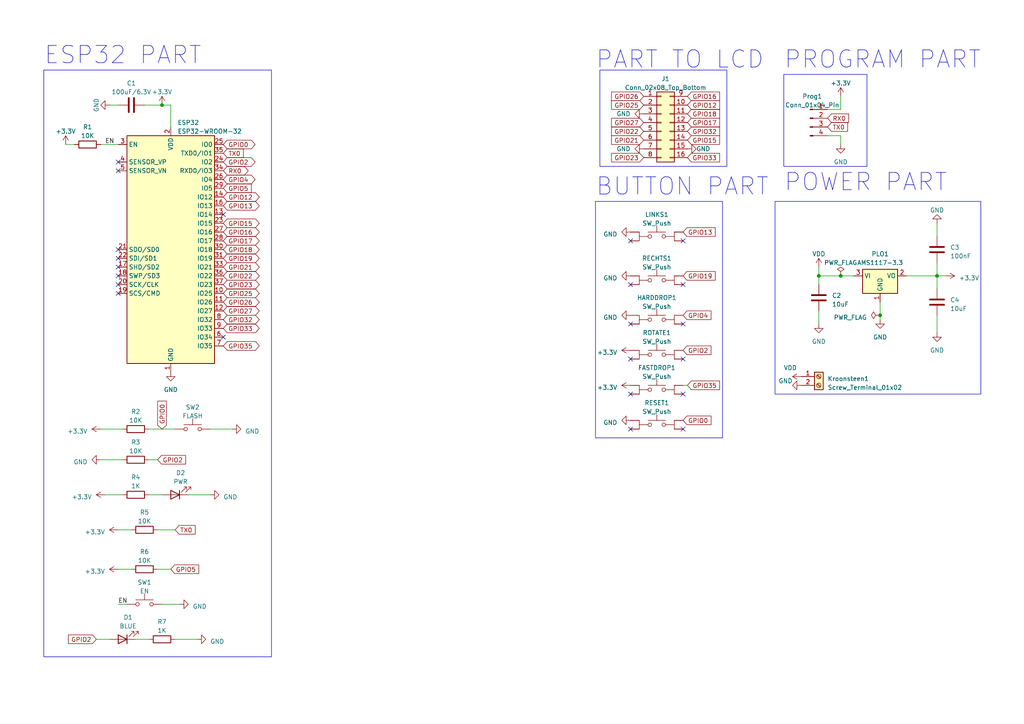
<source format=kicad_sch>
(kicad_sch (version 20230121) (generator eeschema)
  (paper "A4")
  (lib_symbols
    (symbol "Connector:Conn_01x04_Pin" (pin_names (offset 1.016) hide)
      (property "Reference" "J" (at 0 5.08 0))
      (property "Value" "Conn_01x04_Pin" (at 0 -7.62 0))
      (symbol "Conn_01x04_Pin_1_1"
        (polyline (pts (xy 1.27 -5.08) (xy 0.8636 -5.08)) (stroke (width 0.1524)))
        (polyline (pts (xy 1.27 -2.54) (xy 0.8636 -2.54)) (stroke (width 0.1524)))
        (polyline (pts (xy 1.27 0) (xy 0.8636 0)) (stroke (width 0.1524)))
        (polyline (pts (xy 1.27 2.54) (xy 0.8636 2.54)) (stroke (width 0.1524)))
        (rectangle (start 0.8636 -4.953) (end 0 -5.207) (stroke (width 0.1524)) (fill (type outline)))
        (rectangle (start 0.8636 -2.413) (end 0 -2.667) (stroke (width 0.1524)) (fill (type outline)))
        (rectangle (start 0.8636 0.127) (end 0 -0.127) (stroke (width 0.1524)) (fill (type outline)))
        (rectangle (start 0.8636 2.667) (end 0 2.413) (stroke (width 0.1524)) (fill (type outline)))
        (pin passive line (at 5.08 2.54 180) (length 3.81) (name "Pin_1") (number "1"))
        (pin passive line (at 5.08 0 180) (length 3.81) (name "Pin_2") (number "2"))
        (pin passive line (at 5.08 -2.54 180) (length 3.81) (name "Pin_3") (number "3"))
        (pin passive line (at 5.08 -5.08 180) (length 3.81) (name "Pin_4") (number "4"))
      )
    )
    (symbol "Connector:Screw_Terminal_01x02" (pin_names (offset 1.016) hide)
      (property "Reference" "J" (at 0 2.54 0))
      (property "Value" "Screw_Terminal_01x02" (at 0 -5.08 0))
      (symbol "Screw_Terminal_01x02_1_1"
        (rectangle (start -1.27 1.27) (end 1.27 -3.81) (stroke (width 0.254)) (fill (type background)))
        (circle (center 0 -2.54) (radius 0.635) (stroke (width 0.1524)))
        (polyline (pts (xy -0.5334 -2.2098) (xy 0.3302 -3.048)) (stroke (width 0.1524)))
        (polyline (pts (xy -0.5334 0.3302) (xy 0.3302 -0.508)) (stroke (width 0.1524)))
        (polyline (pts (xy -0.3556 -2.032) (xy 0.508 -2.8702)) (stroke (width 0.1524)))
        (polyline (pts (xy -0.3556 0.508) (xy 0.508 -0.3302)) (stroke (width 0.1524)))
        (circle (center 0 0) (radius 0.635) (stroke (width 0.1524)))
        (pin passive line (at -5.08 0 0) (length 3.81) (name "Pin_1") (number "1"))
        (pin passive line (at -5.08 -2.54 0) (length 3.81) (name "Pin_2") (number "2"))
      )
    )
    (symbol "Connector_Generic:Conn_02x08_Top_Bottom" (pin_names (offset 1.016) hide)
      (property "Reference" "J" (at 1.27 10.16 0))
      (property "Value" "Conn_02x08_Top_Bottom" (at 1.27 -12.7 0))
      (symbol "Conn_02x08_Top_Bottom_1_1"
        (rectangle (start -1.27 -10.033) (end 0 -10.287) (stroke (width 0.1524)))
        (rectangle (start -1.27 -7.493) (end 0 -7.747) (stroke (width 0.1524)))
        (rectangle (start -1.27 -4.953) (end 0 -5.207) (stroke (width 0.1524)))
        (rectangle (start -1.27 -2.413) (end 0 -2.667) (stroke (width 0.1524)))
        (rectangle (start -1.27 0.127) (end 0 -0.127) (stroke (width 0.1524)))
        (rectangle (start -1.27 2.667) (end 0 2.413) (stroke (width 0.1524)))
        (rectangle (start -1.27 5.207) (end 0 4.953) (stroke (width 0.1524)))
        (rectangle (start -1.27 7.747) (end 0 7.493) (stroke (width 0.1524)))
        (rectangle (start -1.27 8.89) (end 3.81 -11.43) (stroke (width 0.254)) (fill (type background)))
        (rectangle (start 3.81 -10.033) (end 2.54 -10.287) (stroke (width 0.1524)))
        (rectangle (start 3.81 -7.493) (end 2.54 -7.747) (stroke (width 0.1524)))
        (rectangle (start 3.81 -4.953) (end 2.54 -5.207) (stroke (width 0.1524)))
        (rectangle (start 3.81 -2.413) (end 2.54 -2.667) (stroke (width 0.1524)))
        (rectangle (start 3.81 0.127) (end 2.54 -0.127) (stroke (width 0.1524)))
        (rectangle (start 3.81 2.667) (end 2.54 2.413) (stroke (width 0.1524)))
        (rectangle (start 3.81 5.207) (end 2.54 4.953) (stroke (width 0.1524)))
        (rectangle (start 3.81 7.747) (end 2.54 7.493) (stroke (width 0.1524)))
        (pin passive line (at -5.08 7.62 0) (length 3.81) (name "Pin_1") (number "1"))
        (pin passive line (at 7.62 5.08 180) (length 3.81) (name "Pin_10") (number "10"))
        (pin passive line (at 7.62 2.54 180) (length 3.81) (name "Pin_11") (number "11"))
        (pin passive line (at 7.62 0 180) (length 3.81) (name "Pin_12") (number "12"))
        (pin passive line (at 7.62 -2.54 180) (length 3.81) (name "Pin_13") (number "13"))
        (pin passive line (at 7.62 -5.08 180) (length 3.81) (name "Pin_14") (number "14"))
        (pin passive line (at 7.62 -7.62 180) (length 3.81) (name "Pin_15") (number "15"))
        (pin passive line (at 7.62 -10.16 180) (length 3.81) (name "Pin_16") (number "16"))
        (pin passive line (at -5.08 5.08 0) (length 3.81) (name "Pin_2") (number "2"))
        (pin passive line (at -5.08 2.54 0) (length 3.81) (name "Pin_3") (number "3"))
        (pin passive line (at -5.08 0 0) (length 3.81) (name "Pin_4") (number "4"))
        (pin passive line (at -5.08 -2.54 0) (length 3.81) (name "Pin_5") (number "5"))
        (pin passive line (at -5.08 -5.08 0) (length 3.81) (name "Pin_6") (number "6"))
        (pin passive line (at -5.08 -7.62 0) (length 3.81) (name "Pin_7") (number "7"))
        (pin passive line (at -5.08 -10.16 0) (length 3.81) (name "Pin_8") (number "8"))
        (pin passive line (at 7.62 7.62 180) (length 3.81) (name "Pin_9") (number "9"))
      )
    )
    (symbol "Device:C" (pin_numbers hide) (pin_names (offset 0.254))
      (property "Reference" "C" (at 0.635 2.54 0))
      (property "Value" "C" (at 0.635 -2.54 0))
      (symbol "C_0_1"
        (polyline (pts (xy -2.032 -0.762) (xy 2.032 -0.762)) (stroke (width 0.508)))
        (polyline (pts (xy -2.032 0.762) (xy 2.032 0.762)) (stroke (width 0.508)))
      )
      (symbol "C_1_1"
        (pin passive line (at 0 3.81 270) (length 2.794) (name "~") (number "1"))
        (pin passive line (at 0 -3.81 90) (length 2.794) (name "~") (number "2"))
      )
    )
    (symbol "Device:LED" (pin_numbers hide) (pin_names (offset 1.016) hide)
      (property "Reference" "D" (at 0 2.54 0))
      (property "Value" "LED" (at 0 -2.54 0))
      (symbol "LED_0_1"
        (polyline (pts (xy -1.27 -1.27) (xy -1.27 1.27)) (stroke (width 0.254)))
        (polyline (pts (xy -1.27 0) (xy 1.27 0)))
        (polyline (pts (xy 1.27 -1.27) (xy 1.27 1.27) (xy -1.27 0) (xy 1.27 -1.27)) (stroke (width 0.254)))
        (polyline (pts (xy -3.048 -0.762) (xy -4.572 -2.286) (xy -3.81 -2.286) (xy -4.572 -2.286) (xy -4.572 -1.524)))
        (polyline (pts (xy -1.778 -0.762) (xy -3.302 -2.286) (xy -2.54 -2.286) (xy -3.302 -2.286) (xy -3.302 -1.524)))
      )
      (symbol "LED_1_1"
        (pin passive line (at -3.81 0 0) (length 2.54) (name "K") (number "1"))
        (pin passive line (at 3.81 0 180) (length 2.54) (name "A") (number "2"))
      )
    )
    (symbol "Device:R" (pin_numbers hide) (pin_names (offset 0))
      (property "Reference" "R" (at 2.032 0 90))
      (property "Value" "R" (at 0 0 90))
      (symbol "R_0_1"
        (rectangle (start -1.016 -2.54) (end 1.016 2.54) (stroke (width 0.254)))
      )
      (symbol "R_1_1"
        (pin passive line (at 0 3.81 270) (length 1.27) (name "~") (number "1"))
        (pin passive line (at 0 -3.81 90) (length 1.27) (name "~") (number "2"))
      )
    )
    (symbol "RF_Module:ESP32-WROOM-32"
      (property "Reference" "U" (at -12.7 34.29 0))
      (property "Value" "ESP32-WROOM-32" (at 1.27 34.29 0))
      (symbol "ESP32-WROOM-32_0_1"
        (rectangle (start -12.7 33.02) (end 12.7 -33.02) (stroke (width 0.254)) (fill (type background)))
      )
      (symbol "ESP32-WROOM-32_1_1"
        (pin power_in line (at 0 -35.56 90) (length 2.54) (name "GND") (number "1"))
        (pin bidirectional line (at 15.24 -12.7 180) (length 2.54) (name "IO25") (number "10"))
        (pin bidirectional line (at 15.24 -15.24 180) (length 2.54) (name "IO26") (number "11"))
        (pin bidirectional line (at 15.24 -17.78 180) (length 2.54) (name "IO27") (number "12"))
        (pin bidirectional line (at 15.24 10.16 180) (length 2.54) (name "IO14") (number "13"))
        (pin bidirectional line (at 15.24 15.24 180) (length 2.54) (name "IO12") (number "14"))
        (pin passive line (at 0 -35.56 90) (length 2.54) hide (name "GND") (number "15"))
        (pin bidirectional line (at 15.24 12.7 180) (length 2.54) (name "IO13") (number "16"))
        (pin bidirectional line (at -15.24 -5.08 0) (length 2.54) (name "SHD/SD2") (number "17"))
        (pin bidirectional line (at -15.24 -7.62 0) (length 2.54) (name "SWP/SD3") (number "18"))
        (pin bidirectional line (at -15.24 -12.7 0) (length 2.54) (name "SCS/CMD") (number "19"))
        (pin power_in line (at 0 35.56 270) (length 2.54) (name "VDD") (number "2"))
        (pin bidirectional line (at -15.24 -10.16 0) (length 2.54) (name "SCK/CLK") (number "20"))
        (pin bidirectional line (at -15.24 0 0) (length 2.54) (name "SDO/SD0") (number "21"))
        (pin bidirectional line (at -15.24 -2.54 0) (length 2.54) (name "SDI/SD1") (number "22"))
        (pin bidirectional line (at 15.24 7.62 180) (length 2.54) (name "IO15") (number "23"))
        (pin bidirectional line (at 15.24 25.4 180) (length 2.54) (name "IO2") (number "24"))
        (pin bidirectional line (at 15.24 30.48 180) (length 2.54) (name "IO0") (number "25"))
        (pin bidirectional line (at 15.24 20.32 180) (length 2.54) (name "IO4") (number "26"))
        (pin bidirectional line (at 15.24 5.08 180) (length 2.54) (name "IO16") (number "27"))
        (pin bidirectional line (at 15.24 2.54 180) (length 2.54) (name "IO17") (number "28"))
        (pin bidirectional line (at 15.24 17.78 180) (length 2.54) (name "IO5") (number "29"))
        (pin input line (at -15.24 30.48 0) (length 2.54) (name "EN") (number "3"))
        (pin bidirectional line (at 15.24 0 180) (length 2.54) (name "IO18") (number "30"))
        (pin bidirectional line (at 15.24 -2.54 180) (length 2.54) (name "IO19") (number "31"))
        (pin no_connect line (at -12.7 -27.94 0) (length 2.54) hide (name "NC") (number "32"))
        (pin bidirectional line (at 15.24 -5.08 180) (length 2.54) (name "IO21") (number "33"))
        (pin bidirectional line (at 15.24 22.86 180) (length 2.54) (name "RXD0/IO3") (number "34"))
        (pin bidirectional line (at 15.24 27.94 180) (length 2.54) (name "TXD0/IO1") (number "35"))
        (pin bidirectional line (at 15.24 -7.62 180) (length 2.54) (name "IO22") (number "36"))
        (pin bidirectional line (at 15.24 -10.16 180) (length 2.54) (name "IO23") (number "37"))
        (pin passive line (at 0 -35.56 90) (length 2.54) hide (name "GND") (number "38"))
        (pin passive line (at 0 -35.56 90) (length 2.54) hide (name "GND") (number "39"))
        (pin input line (at -15.24 25.4 0) (length 2.54) (name "SENSOR_VP") (number "4"))
        (pin input line (at -15.24 22.86 0) (length 2.54) (name "SENSOR_VN") (number "5"))
        (pin input line (at 15.24 -25.4 180) (length 2.54) (name "IO34") (number "6"))
        (pin input line (at 15.24 -27.94 180) (length 2.54) (name "IO35") (number "7"))
        (pin bidirectional line (at 15.24 -20.32 180) (length 2.54) (name "IO32") (number "8"))
        (pin bidirectional line (at 15.24 -22.86 180) (length 2.54) (name "IO33") (number "9"))
      )
    )
    (symbol "Regulator_Linear:AMS1117-3.3"
      (property "Reference" "U" (at -3.81 3.175 0))
      (property "Value" "AMS1117-3.3" (at 0 3.175 0))
      (symbol "AMS1117-3.3_0_1"
        (rectangle (start -5.08 -5.08) (end 5.08 1.905) (stroke (width 0.254)) (fill (type background)))
      )
      (symbol "AMS1117-3.3_1_1"
        (pin power_in line (at 0 -7.62 90) (length 2.54) (name "GND") (number "1"))
        (pin power_out line (at 7.62 0 180) (length 2.54) (name "VO") (number "2"))
        (pin power_in line (at -7.62 0 0) (length 2.54) (name "VI") (number "3"))
      )
    )
    (symbol "SW_Push_1" (pin_numbers hide) (pin_names (offset 1.016) hide)
      (property "Reference" "SW3" (at 0 6.35 0))
      (property "Value" "SW_Push" (at 0 3.81 0))
      (symbol "SW_Push_1_0_1"
        (circle (center -2.032 0) (radius 0.508))
        (polyline (pts (xy -5.08 0) (xy -5.08 -1.27)))
        (polyline (pts (xy 0 1.27) (xy 0 3.048)))
        (polyline (pts (xy 2.54 1.27) (xy -2.54 1.27)))
        (polyline (pts (xy 5.08 0) (xy 5.08 -1.27)))
        (polyline (pts (xy -2.54 0) (xy -5.08 0) (xy -5.08 1.27)))
        (polyline (pts (xy 2.54 0) (xy 5.08 0) (xy 5.08 1.27)))
        (circle (center 2.032 0) (radius 0.508))
        (pin passive line (at -7.62 -1.27 0) (length 2.54) (name "1") (number "1"))
        (pin passive line (at -7.62 1.27 0) (length 2.54) (name "1") (number "1"))
        (pin passive line (at 7.62 -1.27 180) (length 2.54) (name "2") (number "2"))
        (pin passive line (at 7.62 1.27 180) (length 2.54) (name "2") (number "2"))
      )
    )
    (symbol "Switch:SW_Push" (pin_numbers hide) (pin_names (offset 1.016) hide)
      (property "Reference" "SW" (at 1.27 2.54 0))
      (property "Value" "SW_Push" (at 0 -1.524 0))
      (symbol "SW_Push_0_1"
        (circle (center -2.032 0) (radius 0.508))
        (polyline (pts (xy 0 1.27) (xy 0 3.048)))
        (polyline (pts (xy 2.54 1.27) (xy -2.54 1.27)))
        (circle (center 2.032 0) (radius 0.508))
        (pin passive line (at -5.08 0 0) (length 2.54) (name "1") (number "1"))
        (pin passive line (at 5.08 0 180) (length 2.54) (name "2") (number "2"))
      )
    )
    (symbol "power:+3.3V" (power) (pin_names (offset 0))
      (property "Value" "+3.3V" (at 0 3.556 0))
      (symbol "+3.3V_0_1"
        (polyline (pts (xy -0.762 1.27) (xy 0 2.54)))
        (polyline (pts (xy 0 0) (xy 0 2.54)))
        (polyline (pts (xy 0 2.54) (xy 0.762 1.27)))
      )
      (symbol "+3.3V_1_1"
        (pin power_in line (at 0 0 90) (length 0) hide (name "+3.3V") (number "1"))
      )
    )
    (symbol "power:GND" (power) (pin_names (offset 0))
      (property "Value" "GND" (at 0 -3.81 0))
      (symbol "GND_0_1"
        (polyline (pts (xy 0 0) (xy 0 -1.27) (xy 1.27 -1.27) (xy 0 -2.54) (xy -1.27 -1.27) (xy 0 -1.27)))
      )
      (symbol "GND_1_1"
        (pin power_in line (at 0 0 270) (length 0) hide (name "GND") (number "1"))
      )
    )
    (symbol "power:PWR_FLAG" (power) (pin_numbers hide) (pin_names (offset 0) hide)
      (property "Value" "PWR_FLAG" (at 0 3.81 0))
      (symbol "PWR_FLAG_0_0"
        (pin power_out line (at 0 0 90) (length 0) (name "pwr") (number "1"))
      )
      (symbol "PWR_FLAG_0_1"
        (polyline (pts (xy 0 0) (xy 0 1.27) (xy -1.016 1.905) (xy 0 2.54) (xy 1.016 1.905) (xy 0 1.27)))
      )
    )
    (symbol "power:VDD" (power) (pin_names (offset 0))
      (property "Value" "VDD" (at 0 3.81 0))
      (symbol "VDD_0_1"
        (polyline (pts (xy -0.762 1.27) (xy 0 2.54)))
        (polyline (pts (xy 0 0) (xy 0 2.54)))
        (polyline (pts (xy 0 2.54) (xy 0.762 1.27)))
      )
      (symbol "VDD_1_1"
        (pin power_in line (at 0 0 90) (length 0) hide (name "VDD") (number "1"))
      )
    )
  )
  (junction (at 243.84 80.01))
  (junction (at 46.99 30.48))
  (junction (at 271.78 80.01))
  (junction (at 237.49 80.01))
  (junction (at 255.27 91.44))
  (no_connect (at 34.29 80.01))
  (no_connect (at 64.77 97.79))
  (no_connect (at 34.29 46.99))
  (no_connect (at 198.12 82.55))
  (no_connect (at 34.29 85.09))
  (no_connect (at 34.29 72.39))
  (no_connect (at 34.29 49.53))
  (no_connect (at 34.29 77.47))
  (no_connect (at 198.12 69.85))
  (no_connect (at 182.88 114.3))
  (no_connect (at 198.12 124.46))
  (no_connect (at 198.12 114.3))
  (no_connect (at 198.12 93.98))
  (no_connect (at 182.88 69.85))
  (no_connect (at 182.88 82.55))
  (no_connect (at 34.29 82.55))
  (no_connect (at 64.77 62.23))
  (no_connect (at 182.88 93.98))
  (no_connect (at 34.29 74.93))
  (no_connect (at 182.88 124.46))
  (no_connect (at 182.88 104.14))
  (no_connect (at 198.12 104.14))
  (wire (pts (xy 49.53 30.48) (xy 46.99 30.48)))
  (wire (pts (xy 271.78 91.44) (xy 271.78 96.52)))
  (wire (pts (xy 271.78 80.01) (xy 274.32 80.01)))
  (wire (pts (xy 29.21 124.46) (xy 35.56 124.46)))
  (wire (pts (xy 243.84 39.37) (xy 240.03 39.37)))
  (wire (pts (xy 43.18 143.51) (xy 46.99 143.51)))
  (wire (pts (xy 50.8 185.42) (xy 57.15 185.42)))
  (wire (pts (xy 198.12 111.76) (xy 199.39 111.76)))
  (wire (pts (xy 30.48 143.51) (xy 35.56 143.51)))
  (wire (pts (xy 243.84 41.91) (xy 243.84 39.37)))
  (wire (pts (xy 54.61 143.51) (xy 60.96 143.51)))
  (wire (pts (xy 31.75 30.48) (xy 34.29 30.48)))
  (wire (pts (xy 243.84 31.75) (xy 240.03 31.75)))
  (wire (pts (xy 43.18 124.46) (xy 50.8 124.46)))
  (wire (pts (xy 29.21 133.35) (xy 35.56 133.35)))
  (wire (pts (xy 45.72 165.1) (xy 49.53 165.1)))
  (wire (pts (xy 19.05 41.91) (xy 21.59 41.91)))
  (wire (pts (xy 237.49 80.01) (xy 243.84 80.01)))
  (wire (pts (xy 243.84 27.94) (xy 243.84 31.75)))
  (wire (pts (xy 46.99 30.48) (xy 41.91 30.48)))
  (wire (pts (xy 39.37 185.42) (xy 43.18 185.42)))
  (wire (pts (xy 262.89 80.01) (xy 271.78 80.01)))
  (wire (pts (xy 27.94 185.42) (xy 31.75 185.42)))
  (wire (pts (xy 34.29 165.1) (xy 38.1 165.1)))
  (wire (pts (xy 60.96 124.46) (xy 67.31 124.46)))
  (wire (pts (xy 255.27 91.44) (xy 255.27 92.71)))
  (wire (pts (xy 237.49 90.17) (xy 237.49 93.98)))
  (wire (pts (xy 243.84 80.01) (xy 247.65 80.01)))
  (wire (pts (xy 45.72 153.67) (xy 50.8 153.67)))
  (wire (pts (xy 237.49 77.47) (xy 237.49 80.01)))
  (wire (pts (xy 34.29 175.26) (xy 36.83 175.26)))
  (wire (pts (xy 49.53 30.48) (xy 49.53 36.83)))
  (wire (pts (xy 29.21 41.91) (xy 34.29 41.91)))
  (wire (pts (xy 34.29 153.67) (xy 38.1 153.67)))
  (wire (pts (xy 43.18 133.35) (xy 45.72 133.35)))
  (wire (pts (xy 46.99 175.26) (xy 52.07 175.26)))
  (wire (pts (xy 237.49 80.01) (xy 237.49 82.55)))
  (wire (pts (xy 271.78 64.77) (xy 271.78 68.58)))
  (wire (pts (xy 271.78 80.01) (xy 271.78 83.82)))
  (wire (pts (xy 271.78 76.2) (xy 271.78 80.01)))
  (wire (pts (xy 255.27 87.63) (xy 255.27 91.44)))
  (rectangle (start 227.33 21.59) (end 251.46 48.26))
  (rectangle (start 173.99 20.32) (end 210.82 48.26))
  (rectangle (start 12.7 20.32) (end 78.74 190.5))
  (rectangle (start 172.72 58.42) (end 209.55 127))
  (rectangle (start 224.79 58.42) (end 284.48 114.3))
  (text "PART TO LCD" (at 172.72 20.32 0) (effects (font (size 5 5)) (justify left bottom)))
  (text "ESP32 PART\n" (at 12.7 19.05 0) (effects (font (size 5 5)) (justify left bottom)))
  (text "PROGRAM PART" (at 227.33 20.32 0) (effects (font (size 5 5)) (justify left bottom)))
  (text "BUTTON PART" (at 172.72 57.15 0) (effects (font (size 5 5)) (justify left bottom)))
  (text "POWER PART" (at 227.33 55.88 0) (effects (font (size 5 5)) (justify left bottom)))
  (label "EN" (at 30.48 41.91 0))
  (label "EN" (at 34.29 175.26 0))
  (global_label "GPIO32" (shape input) (at 199.39 38.1 0) (property "Intersheetrefs" "${INTERSHEET_REFS}" (effects hide)))
  (global_label "GPIO2" (shape input) (at 198.12 101.6 0) (property "Intersheetrefs" "${INTERSHEET_REFS}" (effects hide)))
  (global_label "TX0" (shape input) (at 50.8 153.67 0) (property "Intersheetrefs" "${INTERSHEET_REFS}" (effects hide)))
  (global_label "GPIO18" (shape bidirectional) (at 64.77 72.39 0) (property "Intersheetrefs" "${INTERSHEET_REFS}" (effects hide)))
  (global_label "GPIO35" (shape input) (at 199.39 111.76 0) (property "Intersheetrefs" "${INTERSHEET_REFS}" (effects hide)))
  (global_label "GPIO4" (shape bidirectional) (at 64.77 52.07 0) (property "Intersheetrefs" "${INTERSHEET_REFS}" (effects hide)))
  (global_label "TX0" (shape input) (at 240.03 36.83 0) (property "Intersheetrefs" "${INTERSHEET_REFS}" (effects hide)))
  (global_label "GPIO35" (shape bidirectional) (at 64.77 100.33 0) (property "Intersheetrefs" "${INTERSHEET_REFS}" (effects hide)))
  (global_label "GPIO18" (shape input) (at 199.39 33.02 0) (property "Intersheetrefs" "${INTERSHEET_REFS}" (effects hide)))
  (global_label "GPIO17" (shape input) (at 199.39 35.56 0) (property "Intersheetrefs" "${INTERSHEET_REFS}" (effects hide)))
  (global_label "GPIO26" (shape input) (at 186.69 27.94 180) (property "Intersheetrefs" "${INTERSHEET_REFS}" (effects hide)))
  (global_label "GPIO22" (shape bidirectional) (at 64.77 80.01 0) (property "Intersheetrefs" "${INTERSHEET_REFS}" (effects hide)))
  (global_label "GPIO12" (shape input) (at 199.39 30.48 0) (property "Intersheetrefs" "${INTERSHEET_REFS}" (effects hide)))
  (global_label "GPIO15" (shape input) (at 199.39 40.64 0) (property "Intersheetrefs" "${INTERSHEET_REFS}" (effects hide)))
  (global_label "RX0" (shape bidirectional) (at 64.77 49.53 0) (property "Intersheetrefs" "${INTERSHEET_REFS}" (effects hide)))
  (global_label "GPIO23" (shape bidirectional) (at 64.77 82.55 0) (property "Intersheetrefs" "${INTERSHEET_REFS}" (effects hide)))
  (global_label "GPIO22" (shape input) (at 186.69 38.1 180) (property "Intersheetrefs" "${INTERSHEET_REFS}" (effects hide)))
  (global_label "GPIO16" (shape input) (at 199.39 27.94 0) (property "Intersheetrefs" "${INTERSHEET_REFS}" (effects hide)))
  (global_label "GPIO21" (shape input) (at 186.69 40.64 180) (property "Intersheetrefs" "${INTERSHEET_REFS}" (effects hide)))
  (global_label "GPIO15" (shape bidirectional) (at 64.77 64.77 0) (property "Intersheetrefs" "${INTERSHEET_REFS}" (effects hide)))
  (global_label "GPIO13" (shape input) (at 198.12 67.31 0) (property "Intersheetrefs" "${INTERSHEET_REFS}" (effects hide)))
  (global_label "RX0" (shape input) (at 240.03 34.29 0) (property "Intersheetrefs" "${INTERSHEET_REFS}" (effects hide)))
  (global_label "GPIO2" (shape input) (at 45.72 133.35 0) (property "Intersheetrefs" "${INTERSHEET_REFS}" (effects hide)))
  (global_label "GPIO2" (shape bidirectional) (at 64.77 46.99 0) (property "Intersheetrefs" "${INTERSHEET_REFS}" (effects hide)))
  (global_label "GPIO0" (shape input) (at 198.12 121.92 0) (property "Intersheetrefs" "${INTERSHEET_REFS}" (effects hide)))
  (global_label "GPIO33" (shape input) (at 199.39 45.72 0) (property "Intersheetrefs" "${INTERSHEET_REFS}" (effects hide)))
  (global_label "GPIO2" (shape input) (at 27.94 185.42 180) (property "Intersheetrefs" "${INTERSHEET_REFS}" (effects hide)))
  (global_label "GPIO0" (shape input) (at 46.99 124.46 90) (property "Intersheetrefs" "${INTERSHEET_REFS}" (effects hide)))
  (global_label "GPIO19" (shape bidirectional) (at 64.77 74.93 0) (property "Intersheetrefs" "${INTERSHEET_REFS}" (effects hide)))
  (global_label "GPIO5" (shape input) (at 64.77 54.61 0) (property "Intersheetrefs" "${INTERSHEET_REFS}" (effects hide)))
  (global_label "GPIO23" (shape input) (at 186.69 45.72 180) (property "Intersheetrefs" "${INTERSHEET_REFS}" (effects hide)))
  (global_label "GPIO21" (shape bidirectional) (at 64.77 77.47 0) (property "Intersheetrefs" "${INTERSHEET_REFS}" (effects hide)))
  (global_label "GPIO19" (shape input) (at 198.12 80.01 0) (property "Intersheetrefs" "${INTERSHEET_REFS}" (effects hide)))
  (global_label "GPIO17" (shape bidirectional) (at 64.77 69.85 0) (property "Intersheetrefs" "${INTERSHEET_REFS}" (effects hide)))
  (global_label "GPIO5" (shape input) (at 49.53 165.1 0) (property "Intersheetrefs" "${INTERSHEET_REFS}" (effects hide)))
  (global_label "TX0" (shape input) (at 64.77 44.45 0) (property "Intersheetrefs" "${INTERSHEET_REFS}" (effects hide)))
  (global_label "GPIO26" (shape bidirectional) (at 64.77 87.63 0) (property "Intersheetrefs" "${INTERSHEET_REFS}" (effects hide)))
  (global_label "GPIO27" (shape input) (at 186.69 35.56 180) (property "Intersheetrefs" "${INTERSHEET_REFS}" (effects hide)))
  (global_label "GPIO0" (shape bidirectional) (at 64.77 41.91 0) (property "Intersheetrefs" "${INTERSHEET_REFS}" (effects hide)))
  (global_label "GPIO13" (shape bidirectional) (at 64.77 59.69 0) (property "Intersheetrefs" "${INTERSHEET_REFS}" (effects hide)))
  (global_label "GPIO16" (shape bidirectional) (at 64.77 67.31 0) (property "Intersheetrefs" "${INTERSHEET_REFS}" (effects hide)))
  (global_label "GPIO33" (shape bidirectional) (at 64.77 95.25 0) (property "Intersheetrefs" "${INTERSHEET_REFS}" (effects hide)))
  (global_label "GPIO25" (shape bidirectional) (at 64.77 85.09 0) (property "Intersheetrefs" "${INTERSHEET_REFS}" (effects hide)))
  (global_label "GPIO27" (shape bidirectional) (at 64.77 90.17 0) (property "Intersheetrefs" "${INTERSHEET_REFS}" (effects hide)))
  (global_label "GPIO25" (shape input) (at 186.69 30.48 180) (property "Intersheetrefs" "${INTERSHEET_REFS}" (effects hide)))
  (global_label "GPIO12" (shape bidirectional) (at 64.77 57.15 0) (property "Intersheetrefs" "${INTERSHEET_REFS}" (effects hide)))
  (global_label "GPIO4" (shape input) (at 198.12 91.44 0) (property "Intersheetrefs" "${INTERSHEET_REFS}" (effects hide)))
  (global_label "GPIO32" (shape bidirectional) (at 64.77 92.71 0) (property "Intersheetrefs" "${INTERSHEET_REFS}" (effects hide)))
  (symbol (lib_id "power:VDD") (at 237.49 77.47 0) (unit 1)
    (property "Reference" "#PWR014" (effects hide))
    (property "Value" "VDD" (at 237.49 73.66 0))
  )
  (symbol (lib_id "power:+3.3V") (at 19.05 41.91 0) (unit 1)
    (property "Reference" "#PWR01" (effects hide))
    (property "Value" "+3.3V" (at 19.05 38.1 0))
  )
  (symbol (lib_name "SW_Push_1") (lib_id "Switch:SW_Push") (at 190.5 68.58 0) (unit 1)
    (property "Reference" "LINKS1" (at 190.5 62.23 0))
    (property "Value" "SW_Push" (at 190.5 64.77 0))
    (property "Footprint" "Button_Switch_THT:SW_PUSH_6mm" (effects hide))
  )
  (symbol (lib_id "Device:C") (at 237.49 86.36 0) (unit 1)
    (property "Reference" "C2" (at 241.3 85.725 0) (effects (justify left)))
    (property "Value" "10uF" (at 241.3 88.265 0) (effects (justify left)))
    (property "Footprint" "Capacitor_SMD:C_0805_2012Metric_Pad1.18x1.45mm_HandSolder" (effects hide))
  )
  (symbol (lib_id "Regulator_Linear:AMS1117-3.3") (at 255.27 80.01 0) (unit 1)
    (property "Reference" "PLO1" (at 255.27 73.66 0))
    (property "Value" "AMS1117-3.3" (at 255.27 76.2 0))
    (property "Footprint" "Package_TO_SOT_SMD:SOT-223-3_TabPin2" (effects hide))
    (property "Datasheet" "http://www.advanced-monolithic.com/pdf/ds1117.pdf" (effects hide))
  )
  (symbol (lib_id "power:GND") (at 186.69 33.02 270) (unit 1)
    (property "Reference" "#PWR025" (effects hide))
    (property "Value" "GND" (at 182.88 33.02 90) (effects (justify right)))
  )
  (symbol (lib_id "Device:C") (at 271.78 72.39 0) (unit 1)
    (property "Reference" "C3" (at 275.59 71.755 0) (effects (justify left)))
    (property "Value" "100nF" (at 275.59 74.295 0) (effects (justify left)))
    (property "Footprint" "Capacitor_SMD:C_0805_2012Metric_Pad1.18x1.45mm_HandSolder" (effects hide))
  )
  (symbol (lib_id "Device:R") (at 41.91 153.67 90) (unit 1)
    (property "Reference" "R5" (at 41.91 148.59 90))
    (property "Value" "10K" (at 41.91 151.13 90))
    (property "Footprint" "Resistor_SMD:R_0805_2012Metric_Pad1.20x1.40mm_HandSolder" (effects hide))
  )
  (symbol (lib_id "power:+3.3V") (at 182.88 101.6 90) (unit 1)
    (property "Reference" "#PWR027" (effects hide))
    (property "Value" "+3.3V" (at 179.07 102.235 90) (effects (justify left)))
  )
  (symbol (lib_id "Connector_Generic:Conn_02x08_Top_Bottom") (at 191.77 35.56 0) (unit 1)
    (property "Reference" "J1" (at 193.04 22.86 0))
    (property "Value" "Conn_02x08_Top_Bottom" (at 193.04 25.4 0))
    (property "Footprint" "Connector_PinSocket_2.54mm:PinSocket_2x08_P2.54mm_Vertical" (effects hide))
  )
  (symbol (lib_id "power:GND") (at 255.27 92.71 0) (unit 1)
    (property "Reference" "#PWR018" (effects hide))
    (property "Value" "GND" (at 255.27 97.79 0))
  )
  (symbol (lib_name "SW_Push_1") (lib_id "Switch:SW_Push") (at 190.5 123.19 0) (unit 1)
    (property "Reference" "RESET1" (at 190.5 116.84 0))
    (property "Value" "SW_Push" (at 190.5 119.38 0))
    (property "Footprint" "Button_Switch_THT:SW_PUSH_6mm" (effects hide))
  )
  (symbol (lib_id "power:GND") (at 182.88 121.92 270) (unit 1)
    (property "Reference" "#PWR033" (effects hide))
    (property "Value" "GND" (at 179.07 122.555 90) (effects (justify right)))
  )
  (symbol (lib_id "power:+3.3V") (at 29.21 124.46 90) (unit 1)
    (property "Reference" "#PWR02" (effects hide))
    (property "Value" "+3.3V" (at 25.4 125.095 90) (effects (justify left)))
  )
  (symbol (lib_id "power:GND") (at 67.31 124.46 90) (unit 1)
    (property "Reference" "#PWR013" (effects hide))
    (property "Value" "GND" (at 71.12 125.095 90) (effects (justify right)))
  )
  (symbol (lib_id "power:PWR_FLAG") (at 243.84 80.01 0) (unit 1)
    (property "Reference" "#FLG01" (effects hide))
    (property "Value" "PWR_FLAG" (at 243.84 76.2 0))
  )
  (symbol (lib_id "power:+3.3V") (at 274.32 80.01 270) (unit 1)
    (property "Reference" "#PWR023" (effects hide))
    (property "Value" "+3.3V" (at 278.13 80.645 90) (effects (justify left)))
  )
  (symbol (lib_id "power:GND") (at 186.69 43.18 270) (unit 1)
    (property "Reference" "#PWR024" (effects hide))
    (property "Value" "GND" (at 182.88 43.18 90) (effects (justify right)))
  )
  (symbol (lib_id "Device:R") (at 46.99 185.42 90) (unit 1)
    (property "Reference" "R7" (at 46.99 180.34 90))
    (property "Value" "1K" (at 46.99 182.88 90))
    (property "Footprint" "Resistor_SMD:R_0805_2012Metric_Pad1.20x1.40mm_HandSolder" (effects hide))
  )
  (symbol (lib_id "power:GND") (at 182.88 91.44 270) (unit 1)
    (property "Reference" "#PWR029" (effects hide))
    (property "Value" "GND" (at 179.07 92.075 90) (effects (justify right)))
  )
  (symbol (lib_id "power:+3.3V") (at 34.29 153.67 90) (unit 1)
    (property "Reference" "#PWR06" (effects hide))
    (property "Value" "+3.3V" (at 30.48 154.305 90) (effects (justify left)))
  )
  (symbol (lib_id "Connector:Screw_Terminal_01x02") (at 237.49 109.22 0) (unit 1)
    (property "Reference" "Kroonsteen1" (at 240.03 109.855 0) (effects (justify left)))
    (property "Value" "Screw_Terminal_01x02" (at 240.03 112.395 0) (effects (justify left)))
    (property "Footprint" "TerminalBlock:TerminalBlock_bornier-2_P5.08mm" (effects hide))
  )
  (symbol (lib_id "Device:C") (at 271.78 87.63 0) (unit 1)
    (property "Reference" "C4" (at 275.59 86.995 0) (effects (justify left)))
    (property "Value" "10uF" (at 275.59 89.535 0) (effects (justify left)))
    (property "Footprint" "Capacitor_SMD:C_0805_2012Metric_Pad1.18x1.45mm_HandSolder" (effects hide))
  )
  (symbol (lib_id "Device:R") (at 39.37 124.46 90) (unit 1)
    (property "Reference" "R2" (at 39.37 119.38 90))
    (property "Value" "10K" (at 39.37 121.92 90))
    (property "Footprint" "Resistor_SMD:R_0805_2012Metric_Pad1.20x1.40mm_HandSolder" (effects hide))
  )
  (symbol (lib_id "power:+3.3V") (at 30.48 143.51 90) (unit 1)
    (property "Reference" "#PWR04" (effects hide))
    (property "Value" "+3.3V" (at 26.67 144.145 90) (effects (justify left)))
  )
  (symbol (lib_name "SW_Push_1") (lib_id "Switch:SW_Push") (at 190.5 102.87 0) (unit 1)
    (property "Reference" "ROTATE1" (at 190.5 96.52 0))
    (property "Value" "SW_Push" (at 190.5 99.06 0))
    (property "Footprint" "Button_Switch_THT:SW_PUSH_6mm" (effects hide))
  )
  (symbol (lib_name "SW_Push_1") (lib_id "Switch:SW_Push") (at 190.5 113.03 0) (unit 1)
    (property "Reference" "FASTDROP1" (at 190.5 106.68 0))
    (property "Value" "SW_Push" (at 190.5 109.22 0))
    (property "Footprint" "Button_Switch_THT:SW_PUSH_6mm" (effects hide))
  )
  (symbol (lib_id "power:GND") (at 232.41 111.76 270) (unit 1)
    (property "Reference" "#PWR020" (effects hide))
    (property "Value" "GND" (at 229.87 110.49 90) (effects (justify right)))
  )
  (symbol (lib_id "power:GND") (at 182.88 67.31 270) (unit 1)
    (property "Reference" "#PWR031" (effects hide))
    (property "Value" "GND" (at 179.07 67.945 90) (effects (justify right)))
  )
  (symbol (lib_id "Connector:Conn_01x04_Pin") (at 234.95 34.29 0) (unit 1)
    (property "Reference" "Prog1" (at 235.585 27.94 0))
    (property "Value" "Conn_01x04_Pin" (at 235.585 30.48 0))
    (property "Footprint" "Connector_PinHeader_2.54mm:PinHeader_1x04_P2.54mm_Vertical" (effects hide))
  )
  (symbol (lib_id "Device:R") (at 25.4 41.91 90) (unit 1)
    (property "Reference" "R1" (at 25.4 36.83 90))
    (property "Value" "10K" (at 25.4 39.37 90))
    (property "Footprint" "Resistor_SMD:R_0805_2012Metric_Pad1.20x1.40mm_HandSolder" (effects hide))
  )
  (symbol (lib_id "power:GND") (at 49.53 107.95 0) (unit 1)
    (property "Reference" "#PWR09" (effects hide))
    (property "Value" "GND" (at 49.53 113.03 0))
  )
  (symbol (lib_name "SW_Push_1") (lib_id "Switch:SW_Push") (at 190.5 81.28 0) (unit 1)
    (property "Reference" "RECHTS1" (at 190.5 74.93 0))
    (property "Value" "SW_Push" (at 190.5 77.47 0))
    (property "Footprint" "Button_Switch_THT:SW_PUSH_6mm" (effects hide))
  )
  (symbol (lib_id "power:+3.3V") (at 34.29 165.1 90) (unit 1)
    (property "Reference" "#PWR07" (effects hide))
    (property "Value" "+3.3V" (at 30.48 165.735 90) (effects (justify left)))
  )
  (symbol (lib_id "power:GND") (at 60.96 143.51 90) (unit 1)
    (property "Reference" "#PWR012" (effects hide))
    (property "Value" "GND" (at 64.77 144.145 90) (effects (justify right)))
  )
  (symbol (lib_id "power:GND") (at 271.78 96.52 0) (unit 1)
    (property "Reference" "#PWR022" (effects hide))
    (property "Value" "GND" (at 271.78 101.6 0))
  )
  (symbol (lib_id "power:VDD") (at 232.41 109.22 90) (unit 1)
    (property "Reference" "#PWR019" (effects hide))
    (property "Value" "VDD" (at 231.14 106.68 90) (effects (justify left)))
  )
  (symbol (lib_id "power:GND") (at 182.88 80.01 270) (unit 1)
    (property "Reference" "#PWR030" (effects hide))
    (property "Value" "GND" (at 179.07 80.645 90) (effects (justify right)))
  )
  (symbol (lib_id "power:GND") (at 57.15 185.42 90) (unit 1)
    (property "Reference" "#PWR011" (effects hide))
    (property "Value" "GND" (at 60.96 186.055 90) (effects (justify right)))
  )
  (symbol (lib_id "power:GND") (at 52.07 175.26 90) (unit 1)
    (property "Reference" "#PWR010" (effects hide))
    (property "Value" "GND" (at 55.88 175.895 90) (effects (justify right)))
  )
  (symbol (lib_id "power:GND") (at 31.75 30.48 270) (unit 1)
    (property "Reference" "#PWR05" (effects hide))
    (property "Value" "GND" (at 27.94 30.48 0))
  )
  (symbol (lib_id "power:GND") (at 271.78 64.77 180) (unit 1)
    (property "Reference" "#PWR021" (effects hide))
    (property "Value" "GND" (at 271.78 60.96 0))
  )
  (symbol (lib_id "Device:R") (at 39.37 133.35 90) (unit 1)
    (property "Reference" "R3" (at 39.37 128.27 90))
    (property "Value" "10K" (at 39.37 130.81 90))
    (property "Footprint" "Resistor_SMD:R_0805_2012Metric_Pad1.20x1.40mm_HandSolder" (effects hide))
  )
  (symbol (lib_id "Device:C") (at 38.1 30.48 270) (unit 1)
    (property "Reference" "C1" (at 38.1 24.13 90))
    (property "Value" "100uF/6.3V" (at 38.1 26.67 90))
    (property "Footprint" "Capacitor_SMD:C_0805_2012Metric_Pad1.18x1.45mm_HandSolder" (effects hide))
  )
  (symbol (lib_id "RF_Module:ESP32-WROOM-32") (at 49.53 72.39 0) (unit 1)
    (property "Reference" "ESP32" (at 51.4859 35.56 0) (effects (justify left)))
    (property "Value" "ESP32-WROOM-32" (at 51.4859 38.1 0) (effects (justify left)))
    (property "Footprint" "RF_Module:ESP32-WROOM-32" (effects hide))
    (property "Datasheet" "https://www.espressif.com/sites/default/files/documentation/esp32-wroom-32_datasheet_en.pdf" (effects hide))
  )
  (symbol (lib_id "Device:LED") (at 35.56 185.42 180) (unit 1)
    (property "Reference" "D1" (at 37.1475 179.07 0))
    (property "Value" "BLUE" (at 37.1475 181.61 0))
    (property "Footprint" "LED_SMD:LED_0805_2012Metric_Pad1.15x1.40mm_HandSolder" (effects hide))
  )
  (symbol (lib_id "power:GND") (at 237.49 93.98 0) (unit 1)
    (property "Reference" "#PWR015" (effects hide))
    (property "Value" "GND" (at 237.49 99.06 0))
  )
  (symbol (lib_id "Switch:SW_Push") (at 55.88 124.46 0) (unit 1)
    (property "Reference" "SW2" (at 55.88 118.11 0))
    (property "Value" "FLASH" (at 55.88 120.65 0))
    (property "Footprint" "Button_Switch_SMD:SW_DIP_SPSTx01_Slide_Copal_CHS-01B_W7.62mm_P1.27mm" (effects hide))
  )
  (symbol (lib_id "power:GND") (at 199.39 43.18 90) (unit 1)
    (property "Reference" "#PWR026" (effects hide))
    (property "Value" "GND" (at 201.93 43.18 90) (effects (justify right)))
  )
  (symbol (lib_id "Device:LED") (at 50.8 143.51 180) (unit 1)
    (property "Reference" "D2" (at 52.3875 137.16 0))
    (property "Value" "PWR" (at 52.3875 139.7 0))
    (property "Footprint" "LED_SMD:LED_0805_2012Metric_Pad1.15x1.40mm_HandSolder" (effects hide))
  )
  (symbol (lib_id "Device:R") (at 39.37 143.51 90) (unit 1)
    (property "Reference" "R4" (at 39.37 138.43 90))
    (property "Value" "1K" (at 39.37 140.97 90))
    (property "Footprint" "Resistor_SMD:R_0805_2012Metric_Pad1.20x1.40mm_HandSolder" (effects hide))
  )
  (symbol (lib_id "power:GND") (at 29.21 133.35 270) (unit 1)
    (property "Reference" "#PWR03" (effects hide))
    (property "Value" "GND" (at 25.4 133.985 90) (effects (justify right)))
  )
  (symbol (lib_name "SW_Push_1") (lib_id "Switch:SW_Push") (at 190.5 92.71 0) (unit 1)
    (property "Reference" "HARDDROP1" (at 190.5 86.36 0))
    (property "Value" "SW_Push" (at 190.5 88.9 0))
    (property "Footprint" "Button_Switch_THT:SW_PUSH_6mm" (effects hide))
  )
  (symbol (lib_id "power:+3.3V") (at 46.99 30.48 0) (unit 1)
    (property "Reference" "#PWR08" (effects hide))
    (property "Value" "+3.3V" (at 46.99 26.67 0))
  )
  (symbol (lib_id "power:PWR_FLAG") (at 255.27 91.44 90) (unit 1)
    (property "Reference" "#FLG02" (effects hide))
    (property "Value" "PWR_FLAG" (at 251.46 92.075 90) (effects (justify left)))
  )
  (symbol (lib_id "power:+3.3V") (at 243.84 27.94 0) (unit 1)
    (property "Reference" "#PWR016" (effects hide))
    (property "Value" "+3.3V" (at 243.84 24.13 0))
  )
  (symbol (lib_id "power:+3.3V") (at 182.88 111.76 90) (unit 1)
    (property "Reference" "#PWR028" (effects hide))
    (property "Value" "+3.3V" (at 179.07 112.395 90) (effects (justify left)))
  )
  (symbol (lib_id "Device:R") (at 41.91 165.1 90) (unit 1)
    (property "Reference" "R6" (at 41.91 160.02 90))
    (property "Value" "10K" (at 41.91 162.56 90))
    (property "Footprint" "Resistor_SMD:R_0805_2012Metric_Pad1.20x1.40mm_HandSolder" (effects hide))
  )
  (symbol (lib_id "Switch:SW_Push") (at 41.91 175.26 0) (unit 1)
    (property "Reference" "SW1" (at 41.91 168.91 0))
    (property "Value" "EN" (at 41.91 171.45 0))
    (property "Footprint" "Button_Switch_SMD:SW_DIP_SPSTx01_Slide_Copal_CHS-01B_W7.62mm_P1.27mm" (effects hide))
  )
  (symbol (lib_id "power:GND") (at 243.84 41.91 0) (unit 1)
    (property "Reference" "#PWR017" (effects hide))
    (property "Value" "GND" (at 243.84 46.99 0))
  )
)
</source>
